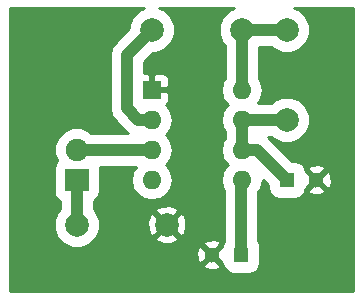
<source format=gbr>
G04 #@! TF.FileFunction,Copper,L2,Bot,Signal*
%FSLAX46Y46*%
G04 Gerber Fmt 4.6, Leading zero omitted, Abs format (unit mm)*
G04 Created by KiCad (PCBNEW 4.0.6) date Sunday, April 23, 2017 'PMt' 08:37:29 PM*
%MOMM*%
%LPD*%
G01*
G04 APERTURE LIST*
%ADD10C,2.000000*%
%ADD11R,1.300000X1.300000*%
%ADD12C,1.300000*%
%ADD13R,2.000000X1.900000*%
%ADD14C,1.900000*%
%ADD15C,1.998980*%
%ADD16R,1.600000X1.600000*%
%ADD17O,1.600000X1.600000*%
%ADD18C,1.016000*%
%ADD19C,0.254000*%
G04 APERTURE END LIST*
D10*
D11*
X159980000Y-123190000D03*
D12*
X157480000Y-123190000D03*
D11*
X163830000Y-116840000D03*
D12*
X166330000Y-116840000D03*
D13*
X146050000Y-116840000D03*
D14*
X146050000Y-114300000D03*
D15*
X152400000Y-104140000D03*
X160020000Y-104140000D03*
X163830000Y-104140000D03*
X163830000Y-111760000D03*
X146050000Y-120650000D03*
X153670000Y-120650000D03*
D16*
X152400000Y-109220000D03*
D17*
X160020000Y-116840000D03*
X152400000Y-111760000D03*
X160020000Y-114300000D03*
X152400000Y-114300000D03*
X160020000Y-111760000D03*
X152400000Y-116840000D03*
X160020000Y-109220000D03*
D18*
X160020000Y-123190000D02*
X159980000Y-123150000D01*
X159980000Y-123150000D02*
X159980000Y-116880000D01*
X159980000Y-116880000D02*
X160020000Y-116840000D01*
X160020000Y-111760000D02*
X163830000Y-111760000D01*
X160020000Y-111760000D02*
X160020000Y-114300000D01*
X163830000Y-116840000D02*
X161290000Y-114300000D01*
X161290000Y-114300000D02*
X160020000Y-114300000D01*
X146050000Y-116840000D02*
X146050000Y-120650000D01*
X146050000Y-114300000D02*
X152400000Y-114300000D01*
X152400000Y-111760000D02*
X151268630Y-111760000D01*
X151268630Y-111760000D02*
X150279199Y-110770569D01*
X150279199Y-110770569D02*
X150279199Y-106260801D01*
X150279199Y-106260801D02*
X151400511Y-105139489D01*
X151400511Y-105139489D02*
X152400000Y-104140000D01*
X163830000Y-104140000D02*
X160020000Y-104140000D01*
X160020000Y-104140000D02*
X160020000Y-109220000D01*
D19*
G36*
X151302916Y-102494991D02*
X150756909Y-103040046D01*
X150461047Y-103752559D01*
X150460803Y-104031699D01*
X149255450Y-105237052D01*
X148941606Y-105706752D01*
X148831399Y-106260801D01*
X148831399Y-110770569D01*
X148941606Y-111324618D01*
X149255450Y-111794318D01*
X150244881Y-112783749D01*
X150347325Y-112852200D01*
X147274976Y-112852200D01*
X147121883Y-112698840D01*
X146427554Y-112410529D01*
X145675745Y-112409873D01*
X144980913Y-112696972D01*
X144448840Y-113228117D01*
X144160529Y-113922446D01*
X144159873Y-114674255D01*
X144379711Y-115206303D01*
X144167283Y-115517202D01*
X144091789Y-115890000D01*
X144091789Y-117790000D01*
X144157320Y-118138269D01*
X144363147Y-118458133D01*
X144602200Y-118621470D01*
X144602200Y-119355096D01*
X144406909Y-119550046D01*
X144111047Y-120262559D01*
X144110374Y-121034056D01*
X144404991Y-121747084D01*
X144950046Y-122293091D01*
X145662559Y-122588953D01*
X146434056Y-122589626D01*
X147147084Y-122295009D01*
X147640790Y-121802163D01*
X152697443Y-121802163D01*
X152796042Y-122068965D01*
X153405582Y-122295401D01*
X153524873Y-122290984D01*
X156760590Y-122290984D01*
X157480000Y-123010395D01*
X158199410Y-122290984D01*
X158143729Y-122060389D01*
X157660922Y-121892378D01*
X157150572Y-121921917D01*
X156816271Y-122060389D01*
X156760590Y-122290984D01*
X153524873Y-122290984D01*
X154055377Y-122271341D01*
X154543958Y-122068965D01*
X154642557Y-121802163D01*
X153670000Y-120829605D01*
X152697443Y-121802163D01*
X147640790Y-121802163D01*
X147693091Y-121749954D01*
X147988953Y-121037441D01*
X147989521Y-120385582D01*
X152024599Y-120385582D01*
X152048659Y-121035377D01*
X152251035Y-121523958D01*
X152517837Y-121622557D01*
X153490395Y-120650000D01*
X153849605Y-120650000D01*
X154822163Y-121622557D01*
X155088965Y-121523958D01*
X155315401Y-120914418D01*
X155291341Y-120264623D01*
X155088965Y-119776042D01*
X154822163Y-119677443D01*
X153849605Y-120650000D01*
X153490395Y-120650000D01*
X152517837Y-119677443D01*
X152251035Y-119776042D01*
X152024599Y-120385582D01*
X147989521Y-120385582D01*
X147989626Y-120265944D01*
X147695009Y-119552916D01*
X147640026Y-119497837D01*
X152697443Y-119497837D01*
X153670000Y-120470395D01*
X154642557Y-119497837D01*
X154543958Y-119231035D01*
X153934418Y-119004599D01*
X153284623Y-119028659D01*
X152796042Y-119231035D01*
X152697443Y-119497837D01*
X147640026Y-119497837D01*
X147497800Y-119355363D01*
X147497800Y-118618634D01*
X147718133Y-118476853D01*
X147932717Y-118162798D01*
X148008211Y-117790000D01*
X148008211Y-115890000D01*
X147981454Y-115747800D01*
X151043466Y-115747800D01*
X150758549Y-116174207D01*
X150626115Y-116840000D01*
X150758549Y-117505793D01*
X151135691Y-118070224D01*
X151700122Y-118447366D01*
X152365915Y-118579800D01*
X152434085Y-118579800D01*
X153099878Y-118447366D01*
X153664309Y-118070224D01*
X154041451Y-117505793D01*
X154173885Y-116840000D01*
X154041451Y-116174207D01*
X153664309Y-115609776D01*
X153604780Y-115570000D01*
X153664309Y-115530224D01*
X154041451Y-114965793D01*
X154173885Y-114300000D01*
X154041451Y-113634207D01*
X153664309Y-113069776D01*
X153604780Y-113030000D01*
X153664309Y-112990224D01*
X154041451Y-112425793D01*
X154173885Y-111760000D01*
X154041451Y-111094207D01*
X153664309Y-110529776D01*
X153618715Y-110499311D01*
X153738327Y-110379699D01*
X153835000Y-110146310D01*
X153835000Y-109505750D01*
X153676250Y-109347000D01*
X152527000Y-109347000D01*
X152527000Y-109367000D01*
X152273000Y-109367000D01*
X152273000Y-109347000D01*
X152253000Y-109347000D01*
X152253000Y-109093000D01*
X152273000Y-109093000D01*
X152273000Y-107943750D01*
X152527000Y-107943750D01*
X152527000Y-109093000D01*
X153676250Y-109093000D01*
X153835000Y-108934250D01*
X153835000Y-108293690D01*
X153738327Y-108060301D01*
X153559698Y-107881673D01*
X153326309Y-107785000D01*
X152685750Y-107785000D01*
X152527000Y-107943750D01*
X152273000Y-107943750D01*
X152114250Y-107785000D01*
X151726999Y-107785000D01*
X151726999Y-106860499D01*
X152508113Y-106079385D01*
X152784056Y-106079626D01*
X153497084Y-105785009D01*
X154043091Y-105239954D01*
X154338953Y-104527441D01*
X154339626Y-103755944D01*
X154045009Y-103042916D01*
X153499954Y-102496909D01*
X153049828Y-102310000D01*
X159370629Y-102310000D01*
X158922916Y-102494991D01*
X158376909Y-103040046D01*
X158081047Y-103752559D01*
X158080374Y-104524056D01*
X158374991Y-105237084D01*
X158572200Y-105434637D01*
X158572200Y-108264389D01*
X158378549Y-108554207D01*
X158246115Y-109220000D01*
X158378549Y-109885793D01*
X158755691Y-110450224D01*
X158815220Y-110490000D01*
X158755691Y-110529776D01*
X158378549Y-111094207D01*
X158246115Y-111760000D01*
X158378549Y-112425793D01*
X158572200Y-112715611D01*
X158572200Y-113344389D01*
X158378549Y-113634207D01*
X158246115Y-114300000D01*
X158378549Y-114965793D01*
X158755691Y-115530224D01*
X158815220Y-115570000D01*
X158755691Y-115609776D01*
X158378549Y-116174207D01*
X158246115Y-116840000D01*
X158378549Y-117505793D01*
X158532200Y-117735747D01*
X158532200Y-122042921D01*
X158447283Y-122167202D01*
X158385527Y-122472162D01*
X158379016Y-122470590D01*
X157659605Y-123190000D01*
X158379016Y-123909410D01*
X158384596Y-123908063D01*
X158437320Y-124188269D01*
X158643147Y-124508133D01*
X158957202Y-124722717D01*
X159330000Y-124798211D01*
X160630000Y-124798211D01*
X160978269Y-124732680D01*
X161298133Y-124526853D01*
X161512717Y-124212798D01*
X161588211Y-123840000D01*
X161588211Y-122540000D01*
X161522680Y-122191731D01*
X161427800Y-122044283D01*
X161427800Y-117855475D01*
X161661451Y-117505793D01*
X161791996Y-116849495D01*
X162221789Y-117279288D01*
X162221789Y-117490000D01*
X162287320Y-117838269D01*
X162493147Y-118158133D01*
X162807202Y-118372717D01*
X163180000Y-118448211D01*
X164480000Y-118448211D01*
X164828269Y-118382680D01*
X165148133Y-118176853D01*
X165362717Y-117862798D01*
X165387783Y-117739016D01*
X165610590Y-117739016D01*
X165666271Y-117969611D01*
X166149078Y-118137622D01*
X166659428Y-118108083D01*
X166993729Y-117969611D01*
X167049410Y-117739016D01*
X166330000Y-117019605D01*
X165610590Y-117739016D01*
X165387783Y-117739016D01*
X165424473Y-117557838D01*
X165430984Y-117559410D01*
X166150395Y-116840000D01*
X166509605Y-116840000D01*
X167229016Y-117559410D01*
X167459611Y-117503729D01*
X167627622Y-117020922D01*
X167598083Y-116510572D01*
X167459611Y-116176271D01*
X167229016Y-116120590D01*
X166509605Y-116840000D01*
X166150395Y-116840000D01*
X165430984Y-116120590D01*
X165425404Y-116121937D01*
X165391356Y-115940984D01*
X165610590Y-115940984D01*
X166330000Y-116660395D01*
X167049410Y-115940984D01*
X166993729Y-115710389D01*
X166510922Y-115542378D01*
X166000572Y-115571917D01*
X165666271Y-115710389D01*
X165610590Y-115940984D01*
X165391356Y-115940984D01*
X165372680Y-115841731D01*
X165166853Y-115521867D01*
X164852798Y-115307283D01*
X164480000Y-115231789D01*
X164269288Y-115231789D01*
X162313749Y-113276251D01*
X162211305Y-113207800D01*
X162535096Y-113207800D01*
X162730046Y-113403091D01*
X163442559Y-113698953D01*
X164214056Y-113699626D01*
X164927084Y-113405009D01*
X165473091Y-112859954D01*
X165768953Y-112147441D01*
X165769626Y-111375944D01*
X165475009Y-110662916D01*
X164929954Y-110116909D01*
X164217441Y-109821047D01*
X163445944Y-109820374D01*
X162732916Y-110114991D01*
X162535363Y-110312200D01*
X161376534Y-110312200D01*
X161661451Y-109885793D01*
X161793885Y-109220000D01*
X161661451Y-108554207D01*
X161467800Y-108264389D01*
X161467800Y-105587800D01*
X162535096Y-105587800D01*
X162730046Y-105783091D01*
X163442559Y-106078953D01*
X164214056Y-106079626D01*
X164927084Y-105785009D01*
X165473091Y-105239954D01*
X165768953Y-104527441D01*
X165769626Y-103755944D01*
X165475009Y-103042916D01*
X164929954Y-102496909D01*
X164479828Y-102310000D01*
X169470000Y-102310000D01*
X169470000Y-126290000D01*
X140410000Y-126290000D01*
X140410000Y-124089016D01*
X156760590Y-124089016D01*
X156816271Y-124319611D01*
X157299078Y-124487622D01*
X157809428Y-124458083D01*
X158143729Y-124319611D01*
X158199410Y-124089016D01*
X157480000Y-123369605D01*
X156760590Y-124089016D01*
X140410000Y-124089016D01*
X140410000Y-123009078D01*
X156182378Y-123009078D01*
X156211917Y-123519428D01*
X156350389Y-123853729D01*
X156580984Y-123909410D01*
X157300395Y-123190000D01*
X156580984Y-122470590D01*
X156350389Y-122526271D01*
X156182378Y-123009078D01*
X140410000Y-123009078D01*
X140410000Y-102310000D01*
X151750629Y-102310000D01*
X151302916Y-102494991D01*
X151302916Y-102494991D01*
G37*
X151302916Y-102494991D02*
X150756909Y-103040046D01*
X150461047Y-103752559D01*
X150460803Y-104031699D01*
X149255450Y-105237052D01*
X148941606Y-105706752D01*
X148831399Y-106260801D01*
X148831399Y-110770569D01*
X148941606Y-111324618D01*
X149255450Y-111794318D01*
X150244881Y-112783749D01*
X150347325Y-112852200D01*
X147274976Y-112852200D01*
X147121883Y-112698840D01*
X146427554Y-112410529D01*
X145675745Y-112409873D01*
X144980913Y-112696972D01*
X144448840Y-113228117D01*
X144160529Y-113922446D01*
X144159873Y-114674255D01*
X144379711Y-115206303D01*
X144167283Y-115517202D01*
X144091789Y-115890000D01*
X144091789Y-117790000D01*
X144157320Y-118138269D01*
X144363147Y-118458133D01*
X144602200Y-118621470D01*
X144602200Y-119355096D01*
X144406909Y-119550046D01*
X144111047Y-120262559D01*
X144110374Y-121034056D01*
X144404991Y-121747084D01*
X144950046Y-122293091D01*
X145662559Y-122588953D01*
X146434056Y-122589626D01*
X147147084Y-122295009D01*
X147640790Y-121802163D01*
X152697443Y-121802163D01*
X152796042Y-122068965D01*
X153405582Y-122295401D01*
X153524873Y-122290984D01*
X156760590Y-122290984D01*
X157480000Y-123010395D01*
X158199410Y-122290984D01*
X158143729Y-122060389D01*
X157660922Y-121892378D01*
X157150572Y-121921917D01*
X156816271Y-122060389D01*
X156760590Y-122290984D01*
X153524873Y-122290984D01*
X154055377Y-122271341D01*
X154543958Y-122068965D01*
X154642557Y-121802163D01*
X153670000Y-120829605D01*
X152697443Y-121802163D01*
X147640790Y-121802163D01*
X147693091Y-121749954D01*
X147988953Y-121037441D01*
X147989521Y-120385582D01*
X152024599Y-120385582D01*
X152048659Y-121035377D01*
X152251035Y-121523958D01*
X152517837Y-121622557D01*
X153490395Y-120650000D01*
X153849605Y-120650000D01*
X154822163Y-121622557D01*
X155088965Y-121523958D01*
X155315401Y-120914418D01*
X155291341Y-120264623D01*
X155088965Y-119776042D01*
X154822163Y-119677443D01*
X153849605Y-120650000D01*
X153490395Y-120650000D01*
X152517837Y-119677443D01*
X152251035Y-119776042D01*
X152024599Y-120385582D01*
X147989521Y-120385582D01*
X147989626Y-120265944D01*
X147695009Y-119552916D01*
X147640026Y-119497837D01*
X152697443Y-119497837D01*
X153670000Y-120470395D01*
X154642557Y-119497837D01*
X154543958Y-119231035D01*
X153934418Y-119004599D01*
X153284623Y-119028659D01*
X152796042Y-119231035D01*
X152697443Y-119497837D01*
X147640026Y-119497837D01*
X147497800Y-119355363D01*
X147497800Y-118618634D01*
X147718133Y-118476853D01*
X147932717Y-118162798D01*
X148008211Y-117790000D01*
X148008211Y-115890000D01*
X147981454Y-115747800D01*
X151043466Y-115747800D01*
X150758549Y-116174207D01*
X150626115Y-116840000D01*
X150758549Y-117505793D01*
X151135691Y-118070224D01*
X151700122Y-118447366D01*
X152365915Y-118579800D01*
X152434085Y-118579800D01*
X153099878Y-118447366D01*
X153664309Y-118070224D01*
X154041451Y-117505793D01*
X154173885Y-116840000D01*
X154041451Y-116174207D01*
X153664309Y-115609776D01*
X153604780Y-115570000D01*
X153664309Y-115530224D01*
X154041451Y-114965793D01*
X154173885Y-114300000D01*
X154041451Y-113634207D01*
X153664309Y-113069776D01*
X153604780Y-113030000D01*
X153664309Y-112990224D01*
X154041451Y-112425793D01*
X154173885Y-111760000D01*
X154041451Y-111094207D01*
X153664309Y-110529776D01*
X153618715Y-110499311D01*
X153738327Y-110379699D01*
X153835000Y-110146310D01*
X153835000Y-109505750D01*
X153676250Y-109347000D01*
X152527000Y-109347000D01*
X152527000Y-109367000D01*
X152273000Y-109367000D01*
X152273000Y-109347000D01*
X152253000Y-109347000D01*
X152253000Y-109093000D01*
X152273000Y-109093000D01*
X152273000Y-107943750D01*
X152527000Y-107943750D01*
X152527000Y-109093000D01*
X153676250Y-109093000D01*
X153835000Y-108934250D01*
X153835000Y-108293690D01*
X153738327Y-108060301D01*
X153559698Y-107881673D01*
X153326309Y-107785000D01*
X152685750Y-107785000D01*
X152527000Y-107943750D01*
X152273000Y-107943750D01*
X152114250Y-107785000D01*
X151726999Y-107785000D01*
X151726999Y-106860499D01*
X152508113Y-106079385D01*
X152784056Y-106079626D01*
X153497084Y-105785009D01*
X154043091Y-105239954D01*
X154338953Y-104527441D01*
X154339626Y-103755944D01*
X154045009Y-103042916D01*
X153499954Y-102496909D01*
X153049828Y-102310000D01*
X159370629Y-102310000D01*
X158922916Y-102494991D01*
X158376909Y-103040046D01*
X158081047Y-103752559D01*
X158080374Y-104524056D01*
X158374991Y-105237084D01*
X158572200Y-105434637D01*
X158572200Y-108264389D01*
X158378549Y-108554207D01*
X158246115Y-109220000D01*
X158378549Y-109885793D01*
X158755691Y-110450224D01*
X158815220Y-110490000D01*
X158755691Y-110529776D01*
X158378549Y-111094207D01*
X158246115Y-111760000D01*
X158378549Y-112425793D01*
X158572200Y-112715611D01*
X158572200Y-113344389D01*
X158378549Y-113634207D01*
X158246115Y-114300000D01*
X158378549Y-114965793D01*
X158755691Y-115530224D01*
X158815220Y-115570000D01*
X158755691Y-115609776D01*
X158378549Y-116174207D01*
X158246115Y-116840000D01*
X158378549Y-117505793D01*
X158532200Y-117735747D01*
X158532200Y-122042921D01*
X158447283Y-122167202D01*
X158385527Y-122472162D01*
X158379016Y-122470590D01*
X157659605Y-123190000D01*
X158379016Y-123909410D01*
X158384596Y-123908063D01*
X158437320Y-124188269D01*
X158643147Y-124508133D01*
X158957202Y-124722717D01*
X159330000Y-124798211D01*
X160630000Y-124798211D01*
X160978269Y-124732680D01*
X161298133Y-124526853D01*
X161512717Y-124212798D01*
X161588211Y-123840000D01*
X161588211Y-122540000D01*
X161522680Y-122191731D01*
X161427800Y-122044283D01*
X161427800Y-117855475D01*
X161661451Y-117505793D01*
X161791996Y-116849495D01*
X162221789Y-117279288D01*
X162221789Y-117490000D01*
X162287320Y-117838269D01*
X162493147Y-118158133D01*
X162807202Y-118372717D01*
X163180000Y-118448211D01*
X164480000Y-118448211D01*
X164828269Y-118382680D01*
X165148133Y-118176853D01*
X165362717Y-117862798D01*
X165387783Y-117739016D01*
X165610590Y-117739016D01*
X165666271Y-117969611D01*
X166149078Y-118137622D01*
X166659428Y-118108083D01*
X166993729Y-117969611D01*
X167049410Y-117739016D01*
X166330000Y-117019605D01*
X165610590Y-117739016D01*
X165387783Y-117739016D01*
X165424473Y-117557838D01*
X165430984Y-117559410D01*
X166150395Y-116840000D01*
X166509605Y-116840000D01*
X167229016Y-117559410D01*
X167459611Y-117503729D01*
X167627622Y-117020922D01*
X167598083Y-116510572D01*
X167459611Y-116176271D01*
X167229016Y-116120590D01*
X166509605Y-116840000D01*
X166150395Y-116840000D01*
X165430984Y-116120590D01*
X165425404Y-116121937D01*
X165391356Y-115940984D01*
X165610590Y-115940984D01*
X166330000Y-116660395D01*
X167049410Y-115940984D01*
X166993729Y-115710389D01*
X166510922Y-115542378D01*
X166000572Y-115571917D01*
X165666271Y-115710389D01*
X165610590Y-115940984D01*
X165391356Y-115940984D01*
X165372680Y-115841731D01*
X165166853Y-115521867D01*
X164852798Y-115307283D01*
X164480000Y-115231789D01*
X164269288Y-115231789D01*
X162313749Y-113276251D01*
X162211305Y-113207800D01*
X162535096Y-113207800D01*
X162730046Y-113403091D01*
X163442559Y-113698953D01*
X164214056Y-113699626D01*
X164927084Y-113405009D01*
X165473091Y-112859954D01*
X165768953Y-112147441D01*
X165769626Y-111375944D01*
X165475009Y-110662916D01*
X164929954Y-110116909D01*
X164217441Y-109821047D01*
X163445944Y-109820374D01*
X162732916Y-110114991D01*
X162535363Y-110312200D01*
X161376534Y-110312200D01*
X161661451Y-109885793D01*
X161793885Y-109220000D01*
X161661451Y-108554207D01*
X161467800Y-108264389D01*
X161467800Y-105587800D01*
X162535096Y-105587800D01*
X162730046Y-105783091D01*
X163442559Y-106078953D01*
X164214056Y-106079626D01*
X164927084Y-105785009D01*
X165473091Y-105239954D01*
X165768953Y-104527441D01*
X165769626Y-103755944D01*
X165475009Y-103042916D01*
X164929954Y-102496909D01*
X164479828Y-102310000D01*
X169470000Y-102310000D01*
X169470000Y-126290000D01*
X140410000Y-126290000D01*
X140410000Y-124089016D01*
X156760590Y-124089016D01*
X156816271Y-124319611D01*
X157299078Y-124487622D01*
X157809428Y-124458083D01*
X158143729Y-124319611D01*
X158199410Y-124089016D01*
X157480000Y-123369605D01*
X156760590Y-124089016D01*
X140410000Y-124089016D01*
X140410000Y-123009078D01*
X156182378Y-123009078D01*
X156211917Y-123519428D01*
X156350389Y-123853729D01*
X156580984Y-123909410D01*
X157300395Y-123190000D01*
X156580984Y-122470590D01*
X156350389Y-122526271D01*
X156182378Y-123009078D01*
X140410000Y-123009078D01*
X140410000Y-102310000D01*
X151750629Y-102310000D01*
X151302916Y-102494991D01*
M02*

</source>
